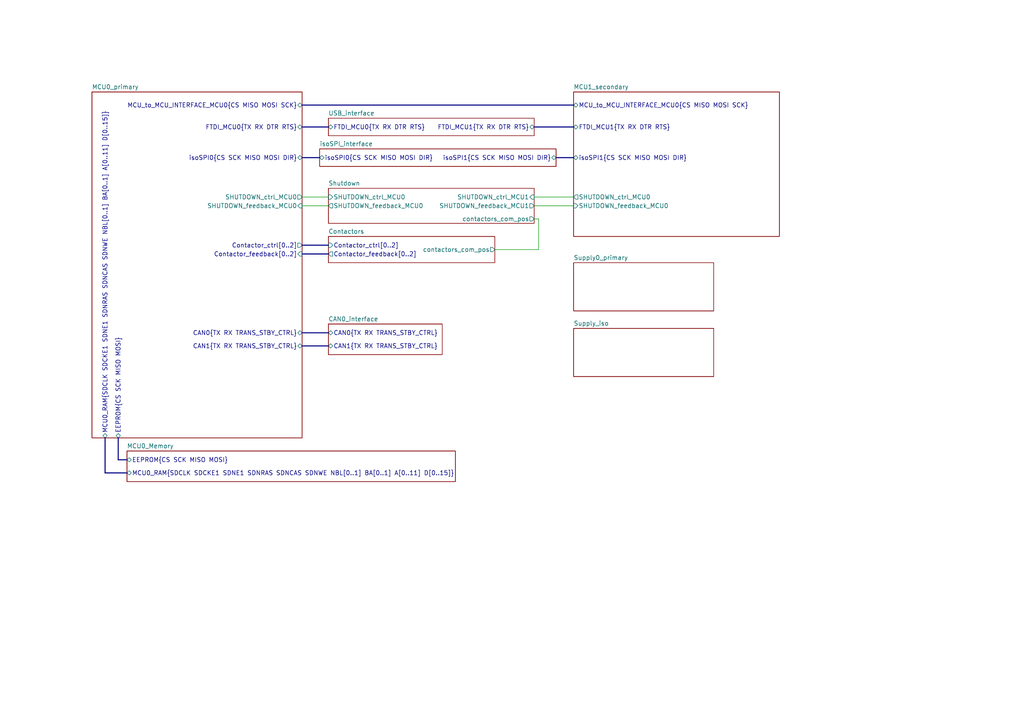
<source format=kicad_sch>
(kicad_sch (version 20230121) (generator eeschema)
  (paper "A4")
  (lib_symbols)
  (wire (pts (xy 87.63 59.69) (xy 95.25 59.69)))
  (wire (pts (xy 143.51 72.39) (xy 156.21 72.39)))
  (bus (pts (xy 87.63 100.33) (xy 95.25 100.33)))
  (bus (pts (xy 87.63 30.48) (xy 166.37 30.48)))
  (wire (pts (xy 87.63 57.15) (xy 95.25 57.15)))
  (wire (pts (xy 154.94 59.69) (xy 166.37 59.69)))
  (bus (pts (xy 87.63 45.72) (xy 92.71 45.72)))
  (bus (pts (xy 87.63 73.66) (xy 95.25 73.66)))
  (wire (pts (xy 156.21 63.5) (xy 156.21 72.39)))
  (bus (pts (xy 30.48 127) (xy 30.48 137.16)))
  (bus (pts (xy 34.29 133.35) (xy 36.83 133.35)))
  (bus (pts (xy 87.63 96.52) (xy 95.25 96.52)))
  (wire (pts (xy 154.94 57.15) (xy 166.37 57.15)))
  (bus (pts (xy 30.48 137.16) (xy 36.83 137.16)))
  (bus (pts (xy 87.63 36.83) (xy 95.25 36.83)))
  (bus (pts (xy 161.29 45.72) (xy 166.37 45.72)))
  (bus (pts (xy 87.63 71.12) (xy 95.25 71.12)))
  (bus (pts (xy 154.94 36.83) (xy 166.37 36.83)))
  (wire (pts (xy 154.94 63.5) (xy 156.21 63.5)))
  (bus (pts (xy 34.29 127) (xy 34.29 133.35)))
  (sheet (at 95.25 93.98) (size 33.02 8.89) (stroke (width 0.1524))
    (property "Sheetname" "CAN0_interface" (at 95.25 93.2684 0) (effects (justify left bottom)))
    (property "Sheetfile" "CAN0_interface.kicad_sch" (effects hide))
    (pin "CAN1{TX RX TRANS_STBY_CTRL}" bidirectional (at 95.25 100.33 180))
    (pin "CAN0{TX RX TRANS_STBY_CTRL}" bidirectional (at 95.25 96.52 180))
  )
  (sheet (at 95.25 34.29) (size 59.69 5.08) (stroke (width 0.1524))
    (property "Sheetname" "USB_interface" (at 95.25 33.5784 0) (effects (justify left bottom)))
    (property "Sheetfile" "USB_interface.kicad_sch" (effects hide))
    (pin "FTDI_MCU0{TX RX DTR RTS}" bidirectional (at 95.25 36.83 180))
    (pin "FTDI_MCU1{TX RX DTR RTS}" bidirectional (at 154.94 36.83 0))
  )
  (sheet (at 95.25 68.58) (size 48.26 7.62) (stroke (width 0.1524))
    (property "Sheetname" "Contactors" (at 95.25 67.8684 0) (effects (justify left bottom)))
    (property "Sheetfile" "Contactors.kicad_sch" (effects hide))
    (pin "Contactor_ctrl[0..2]" input (at 95.25 71.12 180))
    (pin "Contactor_feedback[0..2]" output (at 95.25 73.66 180))
    (pin "contactors_com_pos" output (at 143.51 72.39 0))
  )
  (sheet (at 26.67 26.67) (size 60.96 100.33) (stroke (width 0.1524))
    (property "Sheetname" "MCU0_primary" (at 26.67 25.9584 0) (effects (justify left bottom)))
    (property "Sheetfile" "MCU0_primary.kicad_sch" (effects hide))
    (pin "MCU0_RAM{SDCLK SDCKE1 SDNE1 SDNRAS SDNCAS SDNWE NBL[0..1] BA[0..1] A[0..11] D[0..15]}" bidirectional (at 30.48 127 270))
    (pin "EEPROM{CS SCK MISO MOSI}" bidirectional (at 34.29 127 270))
    (pin "FTDI_MCU0{TX RX DTR RTS}" bidirectional (at 87.63 36.83 0))
    (pin "CAN0{TX RX TRANS_STBY_CTRL}" bidirectional (at 87.63 96.52 0))
    (pin "MCU_to_MCU_INTERFACE_MCU0{CS MISO MOSI SCK}" bidirectional (at 87.63 30.48 0))
    (pin "SHUTDOWN_ctrl_MCU0" output (at 87.63 57.15 0))
    (pin "SHUTDOWN_feedback_MCU0" input (at 87.63 59.69 0))
    (pin "Contactor_feedback[0..2]" input (at 87.63 73.66 0))
    (pin "Contactor_ctrl[0..2]" output (at 87.63 71.12 0))
    (pin "CAN1{TX RX TRANS_STBY_CTRL}" bidirectional (at 87.63 100.33 0))
    (pin "isoSPI0{CS SCK MISO MOSI DIR}" bidirectional (at 87.63 45.72 0))
  )
  (sheet (at 95.25 54.61) (size 59.69 10.16) (stroke (width 0.1524))
    (property "Sheetname" "Shutdown" (at 95.25 53.8984 0) (effects (justify left bottom)))
    (property "Sheetfile" "Shutdown.kicad_sch" (effects hide))
    (pin "SHUTDOWN_feedback_MCU0" output (at 95.25 59.69 180))
    (pin "SHUTDOWN_feedback_MCU1" output (at 154.94 59.69 0))
    (pin "SHUTDOWN_ctrl_MCU0" input (at 95.25 57.15 180))
    (pin "SHUTDOWN_ctrl_MCU1" input (at 154.94 57.15 0))
    (pin "contactors_com_pos" output (at 154.94 63.5 0))
  )
  (sheet (at 166.37 26.67) (size 59.69 41.91) (stroke (width 0.1524))
    (property "Sheetname" "MCU1_secondary" (at 166.37 25.9584 0) (effects (justify left bottom)))
    (property "Sheetfile" "MCU1_secondary.kicad_sch" (effects hide))
    (pin "FTDI_MCU1{TX RX DTR RTS}" bidirectional (at 166.37 36.83 180))
    (pin "MCU_to_MCU_INTERFACE_MCU0{CS MISO MOSI SCK}" bidirectional (at 166.37 30.48 180))
    (pin "SHUTDOWN_ctrl_MCU0" output (at 166.37 57.15 180))
    (pin "SHUTDOWN_feedback_MCU0" input (at 166.37 59.69 180))
    (pin "isoSPI1{CS SCK MISO MOSI DIR}" bidirectional (at 166.37 45.72 180))
  )
  (sheet (at 92.71 43.18) (size 68.58 5.08) (stroke (width 0.1524))
    (property "Sheetname" "isoSPI_interface" (at 92.71 42.4684 0) (effects (justify left bottom)))
    (property "Sheetfile" "isoSPI_interface.kicad_sch" (effects hide))
    (pin "isoSPI0{CS SCK MISO MOSI DIR}" bidirectional (at 92.71 45.72 180))
    (pin "isoSPI1{CS SCK MISO MOSI DIR}" bidirectional (at 161.29 45.72 0))
  )
  (sheet (at 36.83 130.81) (size 95.25 8.89) (stroke (width 0.1524))
    (property "Sheetname" "MCU0_Memory" (at 36.83 130.0984 0) (effects (justify left bottom)))
    (property "Sheetfile" "MCU0_Memory.kicad_sch" (effects hide))
    (pin "MCU0_RAM{SDCLK SDCKE1 SDNE1 SDNRAS SDNCAS SDNWE NBL[0..1] BA[0..1] A[0..11] D[0..15]}" bidirectional (at 36.83 137.16 180))
    (pin "EEPROM{CS SCK MISO MOSI}" bidirectional (at 36.83 133.35 180))
  )
  (sheet (at 166.37 95.25) (size 40.64 13.97) (stroke (width 0.1524))
    (property "Sheetname" "Supply_iso" (at 166.37 94.5384 0) (effects (justify left bottom)))
    (property "Sheetfile" "Supply_iso.kicad_sch" (effects hide))
  )
  (sheet (at 166.37 76.2) (size 40.64 13.97) (stroke (width 0.1524))
    (property "Sheetname" "Supply0_primary" (at 166.37 75.4884 0) (effects (justify left bottom)))
    (property "Sheetfile" "Supply0_primary.kicad_sch" (effects hide))
  )
)
</source>
